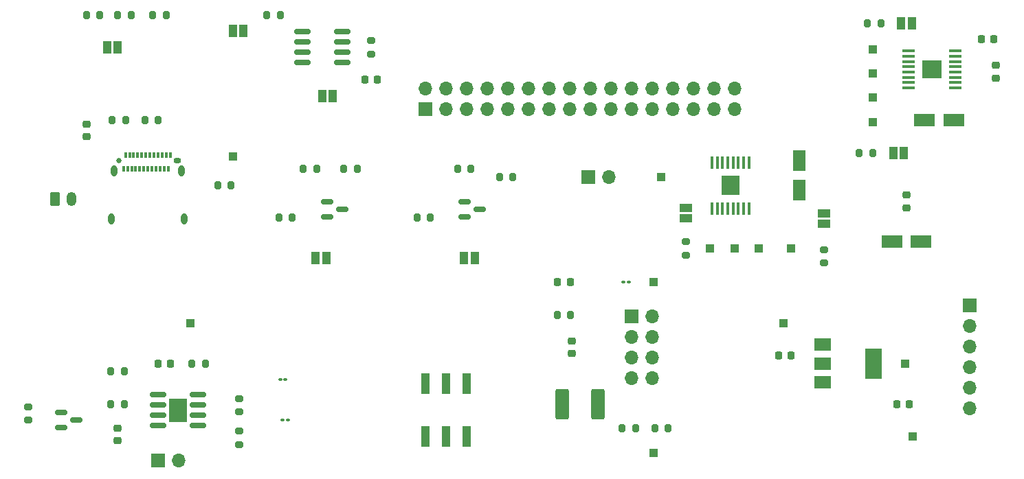
<source format=gbr>
%TF.GenerationSoftware,KiCad,Pcbnew,(7.0.0)*%
%TF.CreationDate,2025-04-15T21:28:58+02:00*%
%TF.ProjectId,PowerSchematic,506f7765-7253-4636-9865-6d617469632e,rev?*%
%TF.SameCoordinates,Original*%
%TF.FileFunction,Soldermask,Top*%
%TF.FilePolarity,Negative*%
%FSLAX46Y46*%
G04 Gerber Fmt 4.6, Leading zero omitted, Abs format (unit mm)*
G04 Created by KiCad (PCBNEW (7.0.0)) date 2025-04-15 21:28:58*
%MOMM*%
%LPD*%
G01*
G04 APERTURE LIST*
G04 Aperture macros list*
%AMRoundRect*
0 Rectangle with rounded corners*
0 $1 Rounding radius*
0 $2 $3 $4 $5 $6 $7 $8 $9 X,Y pos of 4 corners*
0 Add a 4 corners polygon primitive as box body*
4,1,4,$2,$3,$4,$5,$6,$7,$8,$9,$2,$3,0*
0 Add four circle primitives for the rounded corners*
1,1,$1+$1,$2,$3*
1,1,$1+$1,$4,$5*
1,1,$1+$1,$6,$7*
1,1,$1+$1,$8,$9*
0 Add four rect primitives between the rounded corners*
20,1,$1+$1,$2,$3,$4,$5,0*
20,1,$1+$1,$4,$5,$6,$7,0*
20,1,$1+$1,$6,$7,$8,$9,0*
20,1,$1+$1,$8,$9,$2,$3,0*%
G04 Aperture macros list end*
%ADD10R,1.000000X1.000000*%
%ADD11RoundRect,0.200000X-0.275000X0.200000X-0.275000X-0.200000X0.275000X-0.200000X0.275000X0.200000X0*%
%ADD12RoundRect,0.100000X-0.687500X-0.100000X0.687500X-0.100000X0.687500X0.100000X-0.687500X0.100000X0*%
%ADD13R,2.460000X2.310000*%
%ADD14RoundRect,0.200000X-0.200000X-0.275000X0.200000X-0.275000X0.200000X0.275000X-0.200000X0.275000X0*%
%ADD15RoundRect,0.225000X0.250000X-0.225000X0.250000X0.225000X-0.250000X0.225000X-0.250000X-0.225000X0*%
%ADD16RoundRect,0.100000X0.100000X-0.687500X0.100000X0.687500X-0.100000X0.687500X-0.100000X-0.687500X0*%
%ADD17R,2.310000X2.460000*%
%ADD18RoundRect,0.225000X-0.250000X0.225000X-0.250000X-0.225000X0.250000X-0.225000X0.250000X0.225000X0*%
%ADD19R,1.000000X2.500000*%
%ADD20RoundRect,0.200000X0.275000X-0.200000X0.275000X0.200000X-0.275000X0.200000X-0.275000X-0.200000X0*%
%ADD21R,1.700000X1.700000*%
%ADD22O,1.700000X1.700000*%
%ADD23RoundRect,0.225000X-0.225000X-0.250000X0.225000X-0.250000X0.225000X0.250000X-0.225000X0.250000X0*%
%ADD24RoundRect,0.200000X0.200000X0.275000X-0.200000X0.275000X-0.200000X-0.275000X0.200000X-0.275000X0*%
%ADD25R,1.000000X1.500000*%
%ADD26RoundRect,0.100000X-0.130000X-0.100000X0.130000X-0.100000X0.130000X0.100000X-0.130000X0.100000X0*%
%ADD27R,1.500000X1.000000*%
%ADD28RoundRect,0.150000X-0.825000X-0.150000X0.825000X-0.150000X0.825000X0.150000X-0.825000X0.150000X0*%
%ADD29RoundRect,0.225000X0.225000X0.250000X-0.225000X0.250000X-0.225000X-0.250000X0.225000X-0.250000X0*%
%ADD30RoundRect,0.250000X-0.587500X-1.625000X0.587500X-1.625000X0.587500X1.625000X-0.587500X1.625000X0*%
%ADD31O,1.200000X1.750000*%
%ADD32RoundRect,0.250000X-0.350000X-0.625000X0.350000X-0.625000X0.350000X0.625000X-0.350000X0.625000X0*%
%ADD33RoundRect,0.150000X-0.587500X-0.150000X0.587500X-0.150000X0.587500X0.150000X-0.587500X0.150000X0*%
%ADD34R,2.000000X1.500000*%
%ADD35R,2.000000X3.800000*%
%ADD36RoundRect,0.250000X1.050000X0.550000X-1.050000X0.550000X-1.050000X-0.550000X1.050000X-0.550000X0*%
%ADD37RoundRect,0.250000X-1.050000X-0.550000X1.050000X-0.550000X1.050000X0.550000X-1.050000X0.550000X0*%
%ADD38O,0.800000X1.400000*%
%ADD39R,0.300000X0.700000*%
%ADD40O,0.950000X0.650000*%
%ADD41C,0.650000*%
%ADD42R,2.290000X3.000000*%
%ADD43RoundRect,0.250000X-0.550000X1.050000X-0.550000X-1.050000X0.550000X-1.050000X0.550000X1.050000X0*%
%ADD44RoundRect,0.100000X0.130000X0.100000X-0.130000X0.100000X-0.130000X-0.100000X0.130000X-0.100000X0*%
G04 APERTURE END LIST*
D10*
%TO.C,TP6*%
X172999999Y-82799999D03*
%TD*%
D11*
%TO.C,R22*%
X125225000Y-57175000D03*
X125225000Y-58825000D03*
%TD*%
D12*
%TO.C,U5*%
X197200000Y-58450000D03*
X197200000Y-59100000D03*
X197200000Y-59750000D03*
X197200000Y-60400000D03*
X197200000Y-61050000D03*
X197200000Y-61700000D03*
X197200000Y-62350000D03*
X197200000Y-63000000D03*
X191475000Y-63000000D03*
X191475000Y-62350000D03*
X191475000Y-61700000D03*
X191475000Y-61050000D03*
X191475000Y-60400000D03*
X191475000Y-59750000D03*
X191475000Y-59100000D03*
X191475000Y-58450000D03*
D13*
X194337499Y-60724999D03*
%TD*%
D14*
%TO.C,R27*%
X113875000Y-79000000D03*
X115525000Y-79000000D03*
%TD*%
D15*
%TO.C,C13*%
X202200000Y-60225000D03*
X202200000Y-61775000D03*
%TD*%
D10*
%TO.C,TP2*%
X187087499Y-58224999D03*
%TD*%
D16*
%TO.C,U1*%
X167225000Y-72187500D03*
X167875000Y-72187500D03*
X168525000Y-72187500D03*
X169175000Y-72187500D03*
X169825000Y-72187500D03*
X170475000Y-72187500D03*
X171125000Y-72187500D03*
X171775000Y-72187500D03*
X171775000Y-77912500D03*
X171125000Y-77912500D03*
X170475000Y-77912500D03*
X169825000Y-77912500D03*
X169175000Y-77912500D03*
X168525000Y-77912500D03*
X167875000Y-77912500D03*
X167225000Y-77912500D03*
D17*
X169499999Y-75049999D03*
%TD*%
D18*
%TO.C,C9*%
X150000000Y-94225000D03*
X150000000Y-95775000D03*
%TD*%
D19*
%TO.C,SW1*%
X136999999Y-99499999D03*
X131919999Y-105999999D03*
X131919999Y-99499999D03*
X136999999Y-105999999D03*
X134459999Y-99499999D03*
X134459999Y-105999999D03*
%TD*%
D14*
%TO.C,R9*%
X98350000Y-54000000D03*
X100000000Y-54000000D03*
%TD*%
D10*
%TO.C,TP12*%
X175999999Y-91999999D03*
%TD*%
D20*
%TO.C,R7*%
X164000000Y-81975000D03*
X164000000Y-83625000D03*
%TD*%
D21*
%TO.C,J7*%
X98999999Y-108999999D03*
D22*
X101539999Y-108999999D03*
%TD*%
D10*
%TO.C,TP17*%
X159999999Y-86999999D03*
%TD*%
D23*
%TO.C,C7*%
X175450000Y-96000000D03*
X177000000Y-96000000D03*
%TD*%
D24*
%TO.C,R15*%
X149825000Y-91000000D03*
X148175000Y-91000000D03*
%TD*%
D25*
%TO.C,JP4*%
X191849999Y-54999999D03*
X190549999Y-54999999D03*
%TD*%
D10*
%TO.C,TP1*%
X166999999Y-82799999D03*
%TD*%
D14*
%TO.C,R25*%
X121875000Y-73000000D03*
X123525000Y-73000000D03*
%TD*%
D10*
%TO.C,TP13*%
X191999999Y-105999999D03*
%TD*%
D14*
%TO.C,R3*%
X93175000Y-98000000D03*
X94825000Y-98000000D03*
%TD*%
D10*
%TO.C,TP8*%
X102999999Y-91999999D03*
%TD*%
D15*
%TO.C,C4*%
X94000000Y-106550000D03*
X94000000Y-105000000D03*
%TD*%
D14*
%TO.C,R18*%
X188025000Y-55000000D03*
X186375000Y-55000000D03*
%TD*%
D26*
%TO.C,RED1*%
X114335000Y-104000000D03*
X114975000Y-104000000D03*
%TD*%
D14*
%TO.C,R12*%
X95000000Y-67000000D03*
X93350000Y-67000000D03*
%TD*%
D25*
%TO.C,JP8*%
X137999999Y-83999999D03*
X136699999Y-83999999D03*
%TD*%
D21*
%TO.C,J3*%
X151999999Y-73999999D03*
D22*
X154539999Y-73999999D03*
%TD*%
D27*
%TO.C,JP3*%
X163999999Y-77799999D03*
X163999999Y-79099999D03*
%TD*%
D10*
%TO.C,TP3*%
X169999999Y-82799999D03*
%TD*%
%TO.C,TP11*%
X187087499Y-64224999D03*
%TD*%
D25*
%TO.C,JP5*%
X190849999Y-70999999D03*
X189549999Y-70999999D03*
%TD*%
D18*
%TO.C,C1*%
X90175000Y-69000000D03*
X90175000Y-67450000D03*
%TD*%
D10*
%TO.C,TP14*%
X190999999Y-96999999D03*
%TD*%
D28*
%TO.C,U6*%
X116750000Y-56095000D03*
X116750000Y-57365000D03*
X116750000Y-58635000D03*
X116750000Y-59905000D03*
X121700000Y-59905000D03*
X121700000Y-58635000D03*
X121700000Y-57365000D03*
X121700000Y-56095000D03*
%TD*%
D18*
%TO.C,C2*%
X191200000Y-77775000D03*
X191200000Y-76225000D03*
%TD*%
D24*
%TO.C,R19*%
X185375000Y-71000000D03*
X187025000Y-71000000D03*
%TD*%
D21*
%TO.C,J5*%
X198999999Y-89839999D03*
D22*
X198999999Y-92379999D03*
X198999999Y-94919999D03*
X198999999Y-97459999D03*
X198999999Y-99999999D03*
X198999999Y-102539999D03*
%TD*%
D29*
%TO.C,C8*%
X190000000Y-102000000D03*
X191550000Y-102000000D03*
%TD*%
D23*
%TO.C,C14*%
X124450000Y-62000000D03*
X126000000Y-62000000D03*
%TD*%
D11*
%TO.C,R5*%
X109000000Y-101350000D03*
X109000000Y-103000000D03*
%TD*%
D25*
%TO.C,JP9*%
X118399999Y-83999999D03*
X119699999Y-83999999D03*
%TD*%
D29*
%TO.C,C3*%
X100550000Y-97000000D03*
X99000000Y-97000000D03*
%TD*%
D14*
%TO.C,R24*%
X130875000Y-79000000D03*
X132525000Y-79000000D03*
%TD*%
%TO.C,R26*%
X116875000Y-73000000D03*
X118525000Y-73000000D03*
%TD*%
D30*
%TO.C,D9*%
X148812500Y-102000000D03*
X153187500Y-102000000D03*
%TD*%
D31*
%TO.C,J2*%
X88284999Y-76719999D03*
D32*
X86285000Y-76720000D03*
%TD*%
D11*
%TO.C,R6*%
X109000000Y-105350000D03*
X109000000Y-107000000D03*
%TD*%
D14*
%TO.C,R20*%
X93175000Y-102000000D03*
X94825000Y-102000000D03*
%TD*%
D25*
%TO.C,JP7*%
X108224999Y-55999999D03*
X109524999Y-55999999D03*
%TD*%
D14*
%TO.C,R4*%
X103175000Y-97000000D03*
X104825000Y-97000000D03*
%TD*%
%TO.C,R11*%
X160175000Y-105000000D03*
X161825000Y-105000000D03*
%TD*%
%TO.C,R2*%
X94000000Y-54000000D03*
X95650000Y-54000000D03*
%TD*%
D21*
%TO.C,J4*%
X131899999Y-65649999D03*
D22*
X131899999Y-63109999D03*
X134439999Y-65649999D03*
X134439999Y-63109999D03*
X136979999Y-65649999D03*
X136979999Y-63109999D03*
X139519999Y-65649999D03*
X139519999Y-63109999D03*
X142059999Y-65649999D03*
X142059999Y-63109999D03*
X144599999Y-65649999D03*
X144599999Y-63109999D03*
X147139999Y-65649999D03*
X147139999Y-63109999D03*
X149679999Y-65649999D03*
X149679999Y-63109999D03*
X152219999Y-65649999D03*
X152219999Y-63109999D03*
X154759999Y-65649999D03*
X154759999Y-63109999D03*
X157299999Y-65649999D03*
X157299999Y-63109999D03*
X159839999Y-65649999D03*
X159839999Y-63109999D03*
X162379999Y-65649999D03*
X162379999Y-63109999D03*
X164919999Y-65649999D03*
X164919999Y-63109999D03*
X167459999Y-65649999D03*
X167459999Y-63109999D03*
X169999999Y-65649999D03*
X169999999Y-63109999D03*
%TD*%
D33*
%TO.C,Q1*%
X87062500Y-103050000D03*
X87062500Y-104950000D03*
X88937500Y-104000000D03*
%TD*%
D26*
%TO.C,GREEN1*%
X114025000Y-99000000D03*
X114665000Y-99000000D03*
%TD*%
D33*
%TO.C,Q3*%
X136762500Y-77050000D03*
X136762500Y-78950000D03*
X138637500Y-78000000D03*
%TD*%
D34*
%TO.C,U3*%
X180849999Y-94699999D03*
X180849999Y-96999999D03*
D35*
X187149999Y-96999999D03*
D34*
X180849999Y-99299999D03*
%TD*%
D36*
%TO.C,C11*%
X193400000Y-67000000D03*
X197000000Y-67000000D03*
%TD*%
D14*
%TO.C,R23*%
X141050000Y-74000000D03*
X142700000Y-74000000D03*
%TD*%
D25*
%TO.C,JP2*%
X92699999Y-57999999D03*
X93999999Y-57999999D03*
%TD*%
D21*
%TO.C,U4*%
X157349999Y-91199999D03*
D22*
X159889999Y-91199999D03*
X157349999Y-93739999D03*
X159889999Y-93739999D03*
X157349999Y-96279999D03*
X159889999Y-96279999D03*
X157349999Y-98819999D03*
X159889999Y-98819999D03*
%TD*%
D11*
%TO.C,R21*%
X83000000Y-102350000D03*
X83000000Y-104000000D03*
%TD*%
D10*
%TO.C,TP5*%
X108224999Y-71449999D03*
%TD*%
%TO.C,TP16*%
X159999999Y-107999999D03*
%TD*%
D29*
%TO.C,C10*%
X149775000Y-87000000D03*
X148225000Y-87000000D03*
%TD*%
D37*
%TO.C,C5*%
X189400000Y-82000000D03*
X193000000Y-82000000D03*
%TD*%
D23*
%TO.C,C12*%
X201975000Y-57000000D03*
X200425000Y-57000000D03*
%TD*%
D10*
%TO.C,TP7*%
X160999999Y-73999999D03*
%TD*%
D14*
%TO.C,R17*%
X135875000Y-73000000D03*
X137525000Y-73000000D03*
%TD*%
D10*
%TO.C,TP9*%
X187087499Y-61224999D03*
%TD*%
D27*
%TO.C,JP1*%
X180999999Y-78499999D03*
X180999999Y-79799999D03*
%TD*%
D38*
%TO.C,J1*%
X102224999Y-79159999D03*
X101864999Y-73209999D03*
X93604999Y-73209999D03*
X93244999Y-79159999D03*
D39*
X94734999Y-72999999D03*
X95234999Y-72999999D03*
X95734999Y-72999999D03*
X96234999Y-72999999D03*
X96734999Y-72999999D03*
X97234999Y-72999999D03*
X97734999Y-72999999D03*
X98234999Y-72999999D03*
X98734999Y-72999999D03*
X99234999Y-72999999D03*
X99734999Y-72999999D03*
X100234999Y-72999999D03*
X100484999Y-71299999D03*
X99984999Y-71299999D03*
X99484999Y-71299999D03*
X98984999Y-71299999D03*
X98484999Y-71299999D03*
X97984999Y-71299999D03*
X97484999Y-71299999D03*
X96984999Y-71299999D03*
X96484999Y-71299999D03*
X95984999Y-71299999D03*
X95484999Y-71299999D03*
X94984999Y-71299999D03*
D40*
X101334999Y-71959999D03*
D41*
X94135000Y-71960000D03*
%TD*%
D14*
%TO.C,R13*%
X99000000Y-67000000D03*
X97350000Y-67000000D03*
%TD*%
D28*
%TO.C,U2*%
X98955000Y-100845000D03*
X98955000Y-102115000D03*
X98955000Y-103385000D03*
X98955000Y-104655000D03*
X103905000Y-104655000D03*
X103905000Y-103385000D03*
X103905000Y-102115000D03*
X103905000Y-100845000D03*
D42*
X101429999Y-102749999D03*
%TD*%
D25*
%TO.C,JP6*%
X120524999Y-63999999D03*
X119224999Y-63999999D03*
%TD*%
D14*
%TO.C,R16*%
X112400000Y-54000000D03*
X114050000Y-54000000D03*
%TD*%
D43*
%TO.C,C6*%
X178000000Y-75600000D03*
X178000000Y-72000000D03*
%TD*%
D14*
%TO.C,R14*%
X108000000Y-75000000D03*
X106350000Y-75000000D03*
%TD*%
D33*
%TO.C,Q2*%
X119825000Y-77050000D03*
X119825000Y-78950000D03*
X121700000Y-78000000D03*
%TD*%
D14*
%TO.C,R10*%
X156175000Y-105000000D03*
X157825000Y-105000000D03*
%TD*%
D20*
%TO.C,R8*%
X181000000Y-82975000D03*
X181000000Y-84625000D03*
%TD*%
D44*
%TO.C,L1*%
X156975000Y-87000000D03*
X156335000Y-87000000D03*
%TD*%
D14*
%TO.C,R1*%
X90175000Y-54000000D03*
X91825000Y-54000000D03*
%TD*%
D10*
%TO.C,TP10*%
X187087499Y-67224999D03*
%TD*%
%TO.C,TP4*%
X176999999Y-82799999D03*
%TD*%
M02*

</source>
